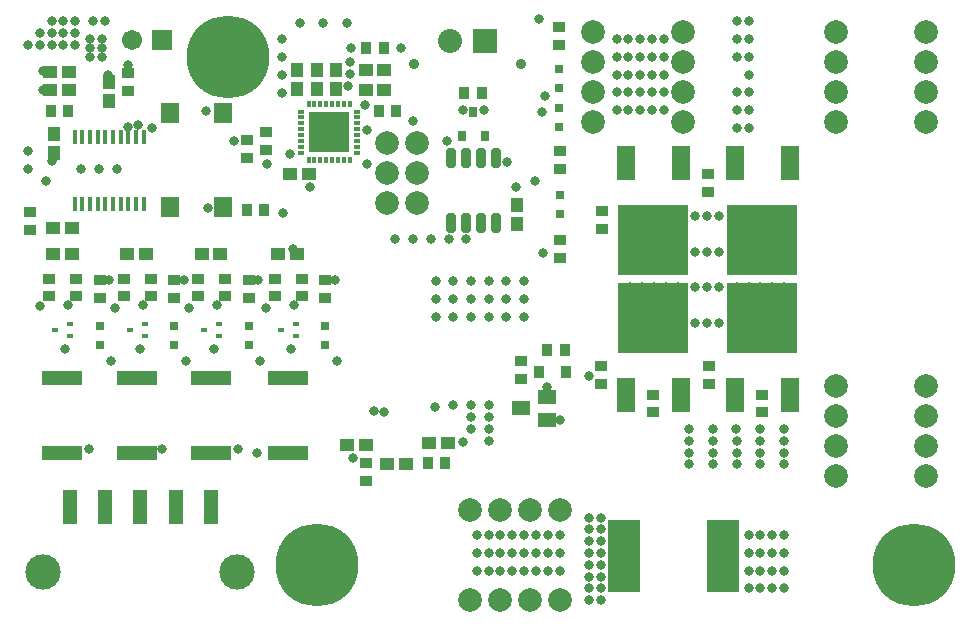
<source format=gts>
G04*
G04 #@! TF.GenerationSoftware,Altium Limited,Altium Designer,21.1.0 (24)*
G04*
G04 Layer_Color=8388736*
%FSLAX25Y25*%
%MOIN*%
G70*
G04*
G04 #@! TF.SameCoordinates,8E11B689-D9C9-4360-AAA9-F91F00066FD3*
G04*
G04*
G04 #@! TF.FilePolarity,Negative*
G04*
G01*
G75*
%ADD19R,0.03556X0.04343*%
%ADD20R,0.01181X0.02362*%
%ADD21R,0.02362X0.01181*%
%ADD22R,0.13583X0.13583*%
%ADD23R,0.04343X0.03556*%
%ADD24R,0.02953X0.03150*%
G04:AMPARAMS|DCode=25|XSize=31.62mil|YSize=65.09mil|CornerRadius=6.01mil|HoleSize=0mil|Usage=FLASHONLY|Rotation=180.000|XOffset=0mil|YOffset=0mil|HoleType=Round|Shape=RoundedRectangle|*
%AMROUNDEDRECTD25*
21,1,0.03162,0.05307,0,0,180.0*
21,1,0.01961,0.06509,0,0,180.0*
1,1,0.01202,-0.00980,0.02653*
1,1,0.01202,0.00980,0.02653*
1,1,0.01202,0.00980,-0.02653*
1,1,0.01202,-0.00980,-0.02653*
%
%ADD25ROUNDEDRECTD25*%
%ADD26R,0.02008X0.01575*%
%ADD27R,0.03150X0.03543*%
%ADD28R,0.03950X0.04599*%
%ADD29R,0.06299X0.11811*%
%ADD30R,0.23622X0.23622*%
%ADD31R,0.05918X0.06902*%
%ADD32R,0.10827X0.24410*%
%ADD33R,0.04599X0.03950*%
%ADD34R,0.06312X0.04737*%
%ADD35R,0.03280X0.04068*%
%ADD36R,0.05000X0.11496*%
%ADD37O,0.01575X0.04724*%
%ADD38R,0.13320X0.04816*%
%ADD39C,0.27559*%
%ADD40C,0.07874*%
%ADD41R,0.06706X0.06706*%
%ADD42C,0.06706*%
%ADD43C,0.03458*%
%ADD44C,0.08005*%
%ADD45R,0.08005X0.08005*%
%ADD46C,0.07887*%
%ADD47C,0.11811*%
%ADD48C,0.03162*%
D19*
X116535Y191831D02*
D03*
X122441D02*
D03*
X82677Y137795D02*
D03*
X76772D02*
D03*
X155315Y176969D02*
D03*
X149409D02*
D03*
X182972Y91339D02*
D03*
X177067D02*
D03*
X143012Y53543D02*
D03*
X137106D02*
D03*
X17372Y170965D02*
D03*
X11467D02*
D03*
X120768Y171063D02*
D03*
X126673D02*
D03*
D20*
X111221Y173130D02*
D03*
X109252D02*
D03*
X107283D02*
D03*
X105315D02*
D03*
X103347D02*
D03*
X101378D02*
D03*
X99410D02*
D03*
X97441D02*
D03*
Y154626D02*
D03*
X99410D02*
D03*
X101378D02*
D03*
X103347D02*
D03*
X105315D02*
D03*
X107283D02*
D03*
X109252D02*
D03*
X111221D02*
D03*
D21*
X113583Y156988D02*
D03*
Y158957D02*
D03*
Y160925D02*
D03*
Y162894D02*
D03*
Y164862D02*
D03*
Y166831D02*
D03*
Y168799D02*
D03*
Y170768D02*
D03*
X95079D02*
D03*
Y168799D02*
D03*
Y166831D02*
D03*
Y164862D02*
D03*
Y162894D02*
D03*
Y160925D02*
D03*
Y158957D02*
D03*
Y156988D02*
D03*
D22*
X104331Y163878D02*
D03*
D23*
X83366D02*
D03*
Y157972D02*
D03*
X181398Y127953D02*
D03*
Y122047D02*
D03*
X168110Y81595D02*
D03*
Y87500D02*
D03*
X212402Y70472D02*
D03*
Y76378D02*
D03*
X248721D02*
D03*
Y70472D02*
D03*
X116596Y47638D02*
D03*
Y53543D02*
D03*
X181004Y192913D02*
D03*
Y198819D02*
D03*
X181299Y151673D02*
D03*
Y157579D02*
D03*
X230807Y79921D02*
D03*
Y85827D02*
D03*
X194882Y79921D02*
D03*
Y85827D02*
D03*
X195177Y137598D02*
D03*
Y131693D02*
D03*
X230709Y149803D02*
D03*
Y143898D02*
D03*
X37402Y183563D02*
D03*
Y177657D02*
D03*
X4724Y137303D02*
D03*
Y131398D02*
D03*
X27815Y114567D02*
D03*
Y108661D02*
D03*
X76772Y155315D02*
D03*
Y161221D02*
D03*
X95276Y109153D02*
D03*
Y115059D02*
D03*
X52717Y114567D02*
D03*
Y108661D02*
D03*
X77421Y114567D02*
D03*
Y108661D02*
D03*
X86221Y109153D02*
D03*
Y115059D02*
D03*
X44941Y115059D02*
D03*
Y109153D02*
D03*
X103051Y114567D02*
D03*
Y108661D02*
D03*
X35886Y115059D02*
D03*
Y109153D02*
D03*
X20039Y115059D02*
D03*
Y109153D02*
D03*
X10984Y115059D02*
D03*
Y109153D02*
D03*
X69646Y109153D02*
D03*
Y115059D02*
D03*
X60591Y109153D02*
D03*
Y115059D02*
D03*
D24*
X181299Y142913D02*
D03*
Y136614D02*
D03*
X181004Y178543D02*
D03*
Y184842D02*
D03*
X181004Y171850D02*
D03*
Y165551D02*
D03*
X103051Y93012D02*
D03*
Y99311D02*
D03*
X27815Y93012D02*
D03*
Y99311D02*
D03*
X52717Y93012D02*
D03*
Y99311D02*
D03*
X77421Y93012D02*
D03*
Y99311D02*
D03*
D25*
X160059Y155217D02*
D03*
X155059D02*
D03*
X150059D02*
D03*
X145059D02*
D03*
X160059Y133760D02*
D03*
X155059D02*
D03*
X150059D02*
D03*
X145059D02*
D03*
D26*
X62480Y97933D02*
D03*
X67559Y99901D02*
D03*
Y95964D02*
D03*
X93189Y95965D02*
D03*
Y99902D02*
D03*
X88110Y97933D02*
D03*
X42854Y95964D02*
D03*
Y99901D02*
D03*
X37776Y97933D02*
D03*
X17953Y95964D02*
D03*
Y99901D02*
D03*
X12874Y97933D02*
D03*
D27*
X152362Y170571D02*
D03*
X156102Y162697D02*
D03*
X148622D02*
D03*
D28*
X166831Y133366D02*
D03*
Y139665D02*
D03*
X106496Y184547D02*
D03*
Y178248D02*
D03*
X100098Y184547D02*
D03*
Y178248D02*
D03*
X93701Y184547D02*
D03*
Y178248D02*
D03*
X30758Y174311D02*
D03*
Y180610D02*
D03*
X12697Y163189D02*
D03*
Y156890D02*
D03*
D29*
X221457Y153642D02*
D03*
X203346D02*
D03*
X257776Y76279D02*
D03*
X239665D02*
D03*
X257776Y153642D02*
D03*
X239665D02*
D03*
X203346Y76279D02*
D03*
X221457D02*
D03*
D30*
X212402Y128051D02*
D03*
X248721Y101870D02*
D03*
X248721Y128051D02*
D03*
X212402Y101870D02*
D03*
D31*
X68996Y170276D02*
D03*
X51279D02*
D03*
X68996Y138976D02*
D03*
X51279D02*
D03*
D32*
X235433Y22539D02*
D03*
X202559D02*
D03*
D33*
X123721Y53347D02*
D03*
X130020D02*
D03*
X116535Y59646D02*
D03*
X110236D02*
D03*
X143898Y60433D02*
D03*
X137598D02*
D03*
X12165Y123228D02*
D03*
X18465D02*
D03*
X18602Y131890D02*
D03*
X12303D02*
D03*
X37067Y123228D02*
D03*
X43366D02*
D03*
X11220Y184055D02*
D03*
X17520D02*
D03*
Y177854D02*
D03*
X11220D02*
D03*
X116437Y184646D02*
D03*
X122736D02*
D03*
Y177854D02*
D03*
X116437D02*
D03*
X87402Y123228D02*
D03*
X93701D02*
D03*
X61772Y123228D02*
D03*
X68071D02*
D03*
X97441Y150098D02*
D03*
X91142D02*
D03*
D34*
X176870Y75591D02*
D03*
X168209Y71850D02*
D03*
X176870Y68110D02*
D03*
D35*
X174350Y83957D02*
D03*
X183130D02*
D03*
D36*
X17776Y38937D02*
D03*
X29587D02*
D03*
X41398D02*
D03*
X53209D02*
D03*
X65020D02*
D03*
D37*
X42520Y139862D02*
D03*
X39961D02*
D03*
X37402D02*
D03*
X34843D02*
D03*
X32283D02*
D03*
X29724D02*
D03*
X27165D02*
D03*
X24606D02*
D03*
X22047D02*
D03*
X19488D02*
D03*
Y162303D02*
D03*
X22047D02*
D03*
X24606D02*
D03*
X27165D02*
D03*
X29724D02*
D03*
X32283D02*
D03*
X34843D02*
D03*
X37402D02*
D03*
X39961D02*
D03*
X42520D02*
D03*
D38*
X15315Y56791D02*
D03*
Y81791D02*
D03*
X40217Y56791D02*
D03*
Y81791D02*
D03*
X64921Y56791D02*
D03*
Y81791D02*
D03*
X90551Y56791D02*
D03*
Y81791D02*
D03*
D39*
X70472Y188976D02*
D03*
X100394Y19685D02*
D03*
X299213D02*
D03*
D40*
X133524Y140197D02*
D03*
Y150197D02*
D03*
Y160197D02*
D03*
X123524Y140197D02*
D03*
Y150197D02*
D03*
Y160197D02*
D03*
D41*
X48720Y194685D02*
D03*
D42*
X38721D02*
D03*
D43*
X168110Y186476D02*
D03*
X132677D02*
D03*
D44*
X144488Y194193D02*
D03*
D45*
X156299D02*
D03*
D46*
X192342Y167165D02*
D03*
Y177165D02*
D03*
Y187165D02*
D03*
Y197165D02*
D03*
X222342Y167165D02*
D03*
Y177165D02*
D03*
Y187165D02*
D03*
Y197165D02*
D03*
X273150Y167323D02*
D03*
Y177323D02*
D03*
Y187323D02*
D03*
Y197323D02*
D03*
X303150Y167323D02*
D03*
Y177323D02*
D03*
Y187323D02*
D03*
Y197323D02*
D03*
X151102Y37874D02*
D03*
X161102D02*
D03*
X171102D02*
D03*
X181102D02*
D03*
X151102Y7874D02*
D03*
X161102D02*
D03*
X171102D02*
D03*
X181102D02*
D03*
X273150Y49213D02*
D03*
Y59213D02*
D03*
Y69213D02*
D03*
Y79213D02*
D03*
X303150Y49213D02*
D03*
Y59213D02*
D03*
Y69213D02*
D03*
Y79213D02*
D03*
D47*
X73484Y17362D02*
D03*
X8799D02*
D03*
D48*
X37225Y165690D02*
D03*
X94488Y200396D02*
D03*
X110236D02*
D03*
X102362D02*
D03*
X88583Y183071D02*
D03*
Y188976D02*
D03*
Y194882D02*
D03*
X132283Y128347D02*
D03*
X126378D02*
D03*
X144095D02*
D03*
X138189D02*
D03*
X139764Y114173D02*
D03*
Y108268D02*
D03*
Y102362D02*
D03*
X145669Y114173D02*
D03*
Y108268D02*
D03*
Y102362D02*
D03*
X151575Y114173D02*
D03*
Y108268D02*
D03*
Y102362D02*
D03*
X157480Y114173D02*
D03*
Y108268D02*
D03*
Y102362D02*
D03*
X163386D02*
D03*
Y108268D02*
D03*
Y114173D02*
D03*
X169291Y102362D02*
D03*
Y108268D02*
D03*
Y114173D02*
D03*
X111713Y191929D02*
D03*
X116831Y153445D02*
D03*
X72441Y161024D02*
D03*
X97933Y145472D02*
D03*
X83465Y153445D02*
D03*
X91240Y156595D02*
D03*
X102362Y161417D02*
D03*
X106299D02*
D03*
Y165354D02*
D03*
X102362D02*
D03*
X116240Y172835D02*
D03*
X111221Y187205D02*
D03*
Y183366D02*
D03*
X128150Y191831D02*
D03*
X88681Y177067D02*
D03*
X132382Y167618D02*
D03*
X116929Y164567D02*
D03*
X110728Y179429D02*
D03*
X150000Y128347D02*
D03*
X175492Y123524D02*
D03*
X172835Y147539D02*
D03*
X163681Y154035D02*
D03*
X112205Y55118D02*
D03*
X139627Y72216D02*
D03*
X157480Y61024D02*
D03*
X151575Y64961D02*
D03*
X157480D02*
D03*
Y68898D02*
D03*
X151575D02*
D03*
X157480Y72835D02*
D03*
X151575D02*
D03*
X145669D02*
D03*
X33465Y151575D02*
D03*
X27559D02*
D03*
X21654D02*
D03*
X9843Y147638D02*
D03*
X3937Y157480D02*
D03*
Y151575D02*
D03*
X29503Y200812D02*
D03*
X25566D02*
D03*
X28543Y191929D02*
D03*
X24606Y194882D02*
D03*
X80149Y56859D02*
D03*
X66004Y91535D02*
D03*
X24606Y191929D02*
D03*
X28543Y194882D02*
D03*
Y188976D02*
D03*
X24606D02*
D03*
X166437Y145596D02*
D03*
X148917Y171358D02*
D03*
X155807D02*
D03*
X143602Y160827D02*
D03*
X174114Y201476D02*
D03*
X215846Y188976D02*
D03*
X211910Y171260D02*
D03*
X215846D02*
D03*
X204035D02*
D03*
X211910Y194882D02*
D03*
X200098D02*
D03*
X207972Y177165D02*
D03*
Y188976D02*
D03*
X200098D02*
D03*
X204035Y194882D02*
D03*
X211910Y183071D02*
D03*
X215846D02*
D03*
X200098D02*
D03*
X207972Y171260D02*
D03*
X204035Y177165D02*
D03*
X211910Y188976D02*
D03*
X207972Y194882D02*
D03*
X215846D02*
D03*
X211910Y177165D02*
D03*
X204035Y188976D02*
D03*
X207972Y183071D02*
D03*
X215846Y177165D02*
D03*
X200098D02*
D03*
Y171260D02*
D03*
X204035Y183071D02*
D03*
X216535Y135827D02*
D03*
X212469Y124024D02*
D03*
X204724Y135827D02*
D03*
Y124016D02*
D03*
X208661D02*
D03*
X216535D02*
D03*
X208661Y135827D02*
D03*
X220472Y124016D02*
D03*
X212469Y135836D02*
D03*
X220472Y135827D02*
D03*
X177165Y17717D02*
D03*
X157480D02*
D03*
X173228D02*
D03*
X153543D02*
D03*
X161417D02*
D03*
X181102D02*
D03*
X165354D02*
D03*
X169291D02*
D03*
X177165Y23622D02*
D03*
X157480D02*
D03*
X165354D02*
D03*
X173228D02*
D03*
X161417D02*
D03*
X169291D02*
D03*
X181102D02*
D03*
X153543D02*
D03*
X181102Y29528D02*
D03*
X173228D02*
D03*
X177165D02*
D03*
X153543D02*
D03*
X157480D02*
D03*
X161417D02*
D03*
X169291D02*
D03*
X165354D02*
D03*
X69193Y138681D02*
D03*
X63189Y170965D02*
D03*
X63779Y138779D02*
D03*
X69193Y169980D02*
D03*
X251969Y112205D02*
D03*
X255906Y100394D02*
D03*
X248031Y112205D02*
D03*
X251969Y100394D02*
D03*
X248031D02*
D03*
X244094D02*
D03*
X240158Y112205D02*
D03*
X244094D02*
D03*
X255906D02*
D03*
X240158Y100394D02*
D03*
X83169Y105118D02*
D03*
X57677D02*
D03*
X32874D02*
D03*
X24409Y58268D02*
D03*
X74016Y58169D02*
D03*
X8760Y177854D02*
D03*
X148819Y60532D02*
D03*
X122539Y70768D02*
D03*
X92126Y124902D02*
D03*
X240158Y165354D02*
D03*
Y171260D02*
D03*
Y177165D02*
D03*
Y188976D02*
D03*
Y194882D02*
D03*
Y200787D02*
D03*
X244094D02*
D03*
Y194882D02*
D03*
Y188976D02*
D03*
Y183071D02*
D03*
Y177165D02*
D03*
Y171260D02*
D03*
Y165354D02*
D03*
X190945Y82677D02*
D03*
X255906Y124016D02*
D03*
Y135827D02*
D03*
X251969Y124016D02*
D03*
Y135827D02*
D03*
X248031Y124016D02*
D03*
Y135827D02*
D03*
X244094Y124016D02*
D03*
Y135827D02*
D03*
X240158Y124016D02*
D03*
Y135827D02*
D03*
X234252Y100394D02*
D03*
Y112205D02*
D03*
Y124016D02*
D03*
Y135827D02*
D03*
X230315Y100394D02*
D03*
Y112205D02*
D03*
Y124016D02*
D03*
Y135827D02*
D03*
X226378Y100394D02*
D03*
Y112205D02*
D03*
Y124016D02*
D03*
Y135827D02*
D03*
X220472Y100394D02*
D03*
Y112205D02*
D03*
X216535Y100394D02*
D03*
Y112205D02*
D03*
X212469Y100402D02*
D03*
Y112214D02*
D03*
X208661Y100394D02*
D03*
Y112205D02*
D03*
X204724Y100394D02*
D03*
Y112205D02*
D03*
X190945Y7874D02*
D03*
Y15748D02*
D03*
Y23622D02*
D03*
Y27559D02*
D03*
X194882Y23622D02*
D03*
Y19685D02*
D03*
Y15748D02*
D03*
X190945Y19685D02*
D03*
Y11811D02*
D03*
Y31496D02*
D03*
X194882Y27559D02*
D03*
Y31496D02*
D03*
X190945Y35433D02*
D03*
X194882Y11811D02*
D03*
Y7874D02*
D03*
Y35433D02*
D03*
X255906Y11811D02*
D03*
X251969D02*
D03*
X244094D02*
D03*
X248031D02*
D03*
X255906Y17717D02*
D03*
X251969D02*
D03*
X244094D02*
D03*
X248031D02*
D03*
X224410Y53150D02*
D03*
X232283D02*
D03*
X240158D02*
D03*
X248031D02*
D03*
X255906D02*
D03*
X224410Y57087D02*
D03*
X232283D02*
D03*
X240158D02*
D03*
X248031D02*
D03*
X255906D02*
D03*
X224410Y61024D02*
D03*
X232283D02*
D03*
X240158D02*
D03*
X248031D02*
D03*
X255906D02*
D03*
X255834Y64894D02*
D03*
X247960D02*
D03*
X240086D02*
D03*
X232212D02*
D03*
X224338D02*
D03*
X244094Y29528D02*
D03*
Y23622D02*
D03*
X248031D02*
D03*
Y29528D02*
D03*
X251969D02*
D03*
Y23622D02*
D03*
X255906D02*
D03*
Y29528D02*
D03*
X176870Y78937D02*
D03*
X11891Y154429D02*
D03*
X106831Y87599D02*
D03*
X176181Y175886D02*
D03*
X3937Y192913D02*
D03*
X7874D02*
D03*
Y196850D02*
D03*
X19685Y192913D02*
D03*
X15748D02*
D03*
X11811D02*
D03*
Y196850D02*
D03*
X15748D02*
D03*
X19685D02*
D03*
Y200787D02*
D03*
X15748D02*
D03*
X11811D02*
D03*
X30709Y182973D02*
D03*
X181201Y67913D02*
D03*
X88976Y136909D02*
D03*
X175098Y170472D02*
D03*
X40738Y166154D02*
D03*
X45276Y165354D02*
D03*
X119193Y70866D02*
D03*
X48524Y58366D02*
D03*
X31594Y87598D02*
D03*
X56496Y87599D02*
D03*
X81201D02*
D03*
X16398Y91535D02*
D03*
X41299Y91535D02*
D03*
X91634Y91536D02*
D03*
X7795Y105905D02*
D03*
X8760Y184252D02*
D03*
X17284Y106201D02*
D03*
X30866Y114469D02*
D03*
X37303Y186270D02*
D03*
X42185Y106201D02*
D03*
X55768Y114469D02*
D03*
X66890Y106201D02*
D03*
X80472Y114469D02*
D03*
X92520Y106201D02*
D03*
X106102Y114469D02*
D03*
M02*

</source>
